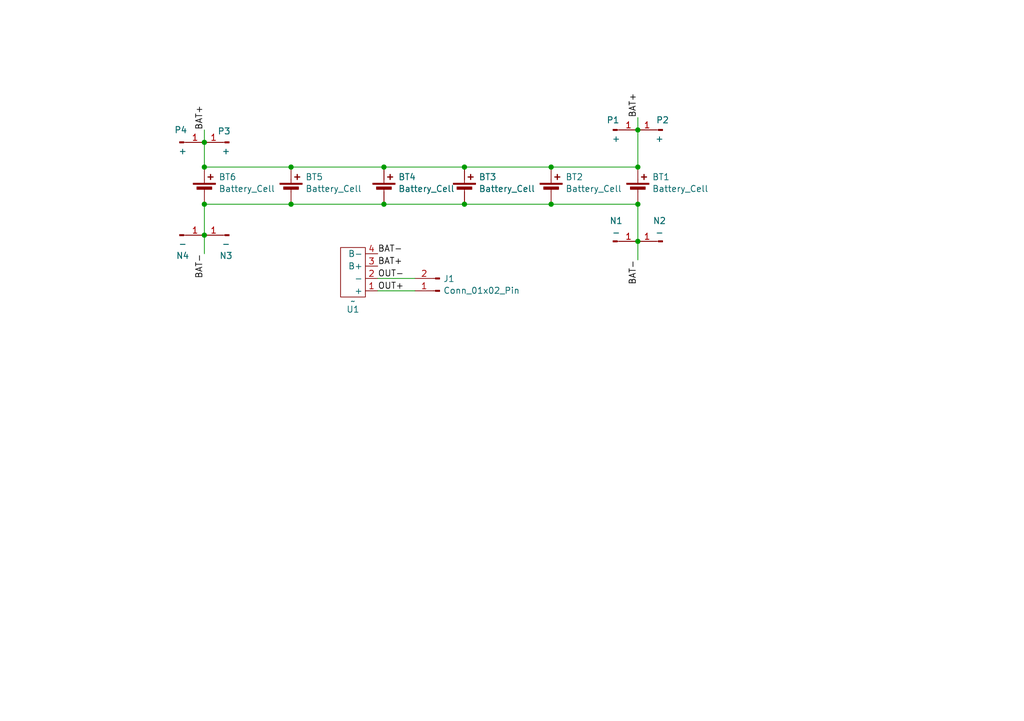
<source format=kicad_sch>
(kicad_sch (version 20231120) (generator "eeschema") (generator_version "8.0")
  (paper "A5")
  (title_block (title "Battery Pack 6x13300") (date "2025-02-01") (company "Hacken Craften Funken e.V.") (comment 1 "Martin Müllenhaupt"))
  (lib_symbols
    (symbol "Connector:Conn_01x01_Pin" (pin_names (offset 1.016) hide)
      (property "Reference" "J" (at 0 2.54 0))
      (property "Value" "Conn_01x01_Pin" (at 0 -2.54 0))
      (symbol "Conn_01x01_Pin_1_1"
        (polyline (pts (xy 1.27 0) (xy 0.8636 0)) (stroke (width 0.1524)))
        (rectangle (start 0.8636 0.127) (end 0 -0.127) (stroke (width 0.1524)) (fill (type outline)))
        (pin passive line (at 5.08 0 180) (length 3.81) (name "Pin_1") (number "1"))
      )
    )
    (symbol "Connector:Conn_01x02_Pin" (pin_names (offset 1.016) hide)
      (property "Reference" "J" (at 0 2.54 0))
      (property "Value" "Conn_01x02_Pin" (at 0 -5.08 0))
      (symbol "Conn_01x02_Pin_1_1"
        (polyline (pts (xy 1.27 -2.54) (xy 0.8636 -2.54)) (stroke (width 0.1524)))
        (polyline (pts (xy 1.27 0) (xy 0.8636 0)) (stroke (width 0.1524)))
        (rectangle (start 0.8636 -2.413) (end 0 -2.667) (stroke (width 0.1524)) (fill (type outline)))
        (rectangle (start 0.8636 0.127) (end 0 -0.127) (stroke (width 0.1524)) (fill (type outline)))
        (pin passive line (at 5.08 0 180) (length 3.81) (name "Pin_1") (number "1"))
        (pin passive line (at 5.08 -2.54 180) (length 3.81) (name "Pin_2") (number "2"))
      )
    )
    (symbol "Device:Battery_Cell" (pin_numbers hide) (pin_names (offset 0) hide)
      (property "Reference" "BT" (at 2.54 2.54 0))
      (property "Value" "Battery_Cell" (at 2.54 0 0))
      (symbol "Battery_Cell_0_1"
        (rectangle (start -2.286 1.778) (end 2.286 1.524) (fill (type outline)))
        (rectangle (start -1.524 1.016) (end 1.524 0.508) (fill (type outline)))
        (polyline (pts (xy 0 0.762) (xy 0 0)))
        (polyline (pts (xy 0 1.778) (xy 0 2.54)))
        (polyline (pts (xy 0.762 3.048) (xy 1.778 3.048)) (stroke (width 0.254)))
        (polyline (pts (xy 1.27 3.556) (xy 1.27 2.54)) (stroke (width 0.254)))
      )
      (symbol "Battery_Cell_1_1"
        (pin passive line (at 0 5.08 270) (length 2.54) (name "+") (number "1"))
        (pin passive line (at 0 -2.54 90) (length 2.54) (name "-") (number "2"))
      )
    )
    (symbol "hacrafu:boost_converter_module"
      (property "Reference" "U" (at -1.27 0.508 0))
      (symbol "boost_converter_module_1_1"
        (rectangle (start -2.54 5.08) (end 2.54 -5.08))
        (pin power_out line (at 5.08 3.81 180) (length 2.54) (name "+") (number "1"))
        (pin power_out line (at 5.08 1.27 180) (length 2.54) (name "-") (number "2"))
        (pin power_in line (at 5.08 -1.27 180) (length 2.54) (name "B+") (number "3"))
        (pin power_in line (at 5.08 -3.81 180) (length 2.54) (name "B-") (number "4"))
      )
    )
  )
  (junction (at 113.03 34.29))
  (junction (at 41.91 29.21))
  (junction (at 41.91 41.91))
  (junction (at 130.81 26.67))
  (junction (at 95.25 41.91))
  (junction (at 113.03 41.91))
  (junction (at 130.81 41.91))
  (junction (at 130.81 34.29))
  (junction (at 41.91 48.26))
  (junction (at 78.74 41.91))
  (junction (at 59.69 41.91))
  (junction (at 95.25 34.29))
  (junction (at 41.91 34.29))
  (junction (at 78.74 34.29))
  (junction (at 59.69 34.29))
  (junction (at 130.81 49.53))
  (wire (pts (xy 130.81 26.67) (xy 130.81 34.29)))
  (wire (pts (xy 130.81 24.13) (xy 130.81 26.67)))
  (wire (pts (xy 59.69 41.91) (xy 78.74 41.91)))
  (wire (pts (xy 41.91 26.67) (xy 41.91 29.21)))
  (wire (pts (xy 78.74 41.91) (xy 95.25 41.91)))
  (wire (pts (xy 95.25 41.91) (xy 113.03 41.91)))
  (wire (pts (xy 41.91 29.21) (xy 41.91 34.29)))
  (wire (pts (xy 130.81 41.91) (xy 130.81 49.53)))
  (wire (pts (xy 41.91 34.29) (xy 59.69 34.29)))
  (wire (pts (xy 41.91 52.07) (xy 41.91 48.26)))
  (wire (pts (xy 59.69 34.29) (xy 78.74 34.29)))
  (wire (pts (xy 130.81 53.34) (xy 130.81 49.53)))
  (wire (pts (xy 113.03 34.29) (xy 130.81 34.29)))
  (wire (pts (xy 95.25 34.29) (xy 113.03 34.29)))
  (wire (pts (xy 113.03 41.91) (xy 130.81 41.91)))
  (wire (pts (xy 77.47 59.69) (xy 85.09 59.69)))
  (wire (pts (xy 41.91 41.91) (xy 41.91 48.26)))
  (wire (pts (xy 95.25 34.29) (xy 78.74 34.29)))
  (wire (pts (xy 77.47 57.15) (xy 85.09 57.15)))
  (wire (pts (xy 41.91 41.91) (xy 59.69 41.91)))
  (label "BAT+" (at 77.47 54.61 0))
  (label "OUT+" (at 77.47 59.69 0))
  (label "BAT+" (at 41.91 26.67 90))
  (label "BAT+" (at 130.81 24.13 90))
  (label "BAT-" (at 130.81 53.34 270))
  (label "OUT-" (at 77.47 57.15 0))
  (label "BAT-" (at 77.47 52.07 0))
  (label "BAT-" (at 41.91 52.07 270))
  (symbol (lib_id "Device:Battery_Cell") (at 78.74 39.37 0) (unit 1)
    (property "Reference" "BT4" (at 81.661 36.3163 0) (effects (justify left)))
    (property "Value" "Battery_Cell" (at 81.661 38.7406 0) (effects (justify left)))
    (property "Footprint" "hacrafu:LiPo_Recycled_Array" (effects (hide yes)))
    (property "Description" "Single-cell battery" (effects (hide yes)))
  )
  (symbol (lib_id "Connector:Conn_01x01_Pin") (at 135.89 49.53 180) (unit 1)
    (property "Reference" "N2" (at 135.255 45.3093 0))
    (property "Value" "-" (at 135.255 47.7336 0))
    (property "Footprint" "Connector_Wire:SolderWire-2.5sqmm_1x01_D2.4mm_OD4.4mm" (effects (hide yes)))
    (property "Description" "Generic connector, single row, 01x01, script generated" (effects (hide yes)))
  )
  (symbol (lib_id "hacrafu:boost_converter_module") (at 72.39 55.88 0) (mirror x) (unit 1)
    (property "Reference" "U1" (at 72.39 63.4915 0))
    (property "Value" "~" (at 72.39 61.8101 0))
    (property "Footprint" "hacrafu:boost_converter_module" (effects (hide yes)))
    (property "Datasheet" "https://de.aliexpress.com/item/1005005656423941.html" (effects (hide yes)))
  )
  (symbol (lib_id "Connector:Conn_01x01_Pin") (at 46.99 29.21 180) (unit 1)
    (property "Reference" "P3" (at 45.974 26.924 0))
    (property "Value" "+" (at 46.355 31.0064 0))
    (property "Footprint" "Connector_Wire:SolderWire-2.5sqmm_1x01_D2.4mm_OD4.4mm" (effects (hide yes)))
    (property "Description" "Generic connector, single row, 01x01, script generated" (effects (hide yes)))
  )
  (symbol (lib_id "Device:Battery_Cell") (at 113.03 39.37 0) (unit 1)
    (property "Reference" "BT2" (at 115.951 36.3163 0) (effects (justify left)))
    (property "Value" "Battery_Cell" (at 115.951 38.7406 0) (effects (justify left)))
    (property "Footprint" "hacrafu:LiPo_Recycled_Array" (effects (hide yes)))
    (property "Description" "Single-cell battery" (effects (hide yes)))
  )
  (symbol (lib_id "Connector:Conn_01x01_Pin") (at 36.83 48.26 0) (unit 1)
    (property "Reference" "N4" (at 37.465 52.4807 0))
    (property "Value" "-" (at 37.465 50.0564 0))
    (property "Footprint" "Connector_Wire:SolderWire-2.5sqmm_1x01_D2.4mm_OD4.4mm" (effects (hide yes)))
    (property "Description" "Generic connector, single row, 01x01, script generated" (effects (hide yes)))
  )
  (symbol (lib_id "Device:Battery_Cell") (at 41.91 39.37 0) (unit 1)
    (property "Reference" "BT6" (at 44.831 36.3163 0) (effects (justify left)))
    (property "Value" "Battery_Cell" (at 44.831 38.7406 0) (effects (justify left)))
    (property "Footprint" "hacrafu:LiPo_Recycled_Array" (effects (hide yes)))
    (property "Description" "Single-cell battery" (effects (hide yes)))
  )
  (symbol (lib_id "Device:Battery_Cell") (at 59.69 39.37 0) (unit 1)
    (property "Reference" "BT5" (at 62.611 36.3163 0) (effects (justify left)))
    (property "Value" "Battery_Cell" (at 62.611 38.7406 0) (effects (justify left)))
    (property "Footprint" "hacrafu:LiPo_Recycled_Array" (effects (hide yes)))
    (property "Description" "Single-cell battery" (effects (hide yes)))
  )
  (symbol (lib_id "Connector:Conn_01x01_Pin") (at 46.99 48.26 180) (unit 1)
    (property "Reference" "N3" (at 46.355 52.4807 0))
    (property "Value" "-" (at 46.355 50.0564 0))
    (property "Footprint" "Connector_Wire:SolderWire-2.5sqmm_1x01_D2.4mm_OD4.4mm" (effects (hide yes)))
    (property "Description" "Generic connector, single row, 01x01, script generated" (effects (hide yes)))
  )
  (symbol (lib_id "Connector:Conn_01x02_Pin") (at 90.17 59.69 180) (unit 1)
    (property "Reference" "J1" (at 90.8812 57.2078 0) (effects (justify right)))
    (property "Value" "Conn_01x02_Pin" (at 90.8812 59.6321 0) (effects (justify right)))
    (property "Footprint" "Connector_JST:JST_XH_B2B-XH-AM_1x02_P2.50mm_Vertical" (effects (hide yes)))
    (property "Description" "Generic connector, single row, 01x02, script generated" (effects (hide yes)))
  )
  (symbol (lib_id "Connector:Conn_01x01_Pin") (at 125.73 26.67 0) (unit 1)
    (property "Reference" "P1" (at 125.73 24.638 0))
    (property "Value" "+" (at 126.365 28.4664 0))
    (property "Footprint" "Connector_Wire:SolderWire-2.5sqmm_1x01_D2.4mm_OD4.4mm" (effects (hide yes)))
    (property "Description" "Generic connector, single row, 01x01, script generated" (effects (hide yes)))
  )
  (symbol (lib_id "Connector:Conn_01x01_Pin") (at 135.89 26.67 180) (unit 1)
    (property "Reference" "P2" (at 135.89 24.638 0))
    (property "Value" "+" (at 135.255 28.4664 0))
    (property "Footprint" "Connector_Wire:SolderWire-2.5sqmm_1x01_D2.4mm_OD4.4mm" (effects (hide yes)))
    (property "Description" "Generic connector, single row, 01x01, script generated" (effects (hide yes)))
  )
  (symbol (lib_id "Connector:Conn_01x01_Pin") (at 36.83 29.21 0) (unit 1)
    (property "Reference" "P4" (at 37.084 26.67 0))
    (property "Value" "+" (at 37.465 31.0064 0))
    (property "Footprint" "Connector_Wire:SolderWire-2.5sqmm_1x01_D2.4mm_OD4.4mm" (effects (hide yes)))
    (property "Description" "Generic connector, single row, 01x01, script generated" (effects (hide yes)))
  )
  (symbol (lib_id "Device:Battery_Cell") (at 130.81 39.37 0) (unit 1)
    (property "Reference" "BT1" (at 133.731 36.3163 0) (effects (justify left)))
    (property "Value" "Battery_Cell" (at 133.731 38.7406 0) (effects (justify left)))
    (property "Footprint" "hacrafu:LiPo_Recycled_Array" (effects (hide yes)))
    (property "Description" "Single-cell battery" (effects (hide yes)))
  )
  (symbol (lib_id "Connector:Conn_01x01_Pin") (at 125.73 49.53 0) (unit 1)
    (property "Reference" "N1" (at 126.365 45.3093 0))
    (property "Value" "-" (at 126.365 47.7336 0))
    (property "Footprint" "Connector_Wire:SolderWire-2.5sqmm_1x01_D2.4mm_OD4.4mm" (effects (hide yes)))
    (property "Description" "Generic connector, single row, 01x01, script generated" (effects (hide yes)))
  )
  (symbol (lib_id "Device:Battery_Cell") (at 95.25 39.37 0) (unit 1)
    (property "Reference" "BT3" (at 98.171 36.3163 0) (effects (justify left)))
    (property "Value" "Battery_Cell" (at 98.171 38.7406 0) (effects (justify left)))
    (property "Footprint" "hacrafu:LiPo_Recycled_Array" (effects (hide yes)))
    (property "Description" "Single-cell battery" (effects (hide yes)))
  )
)
</source>
